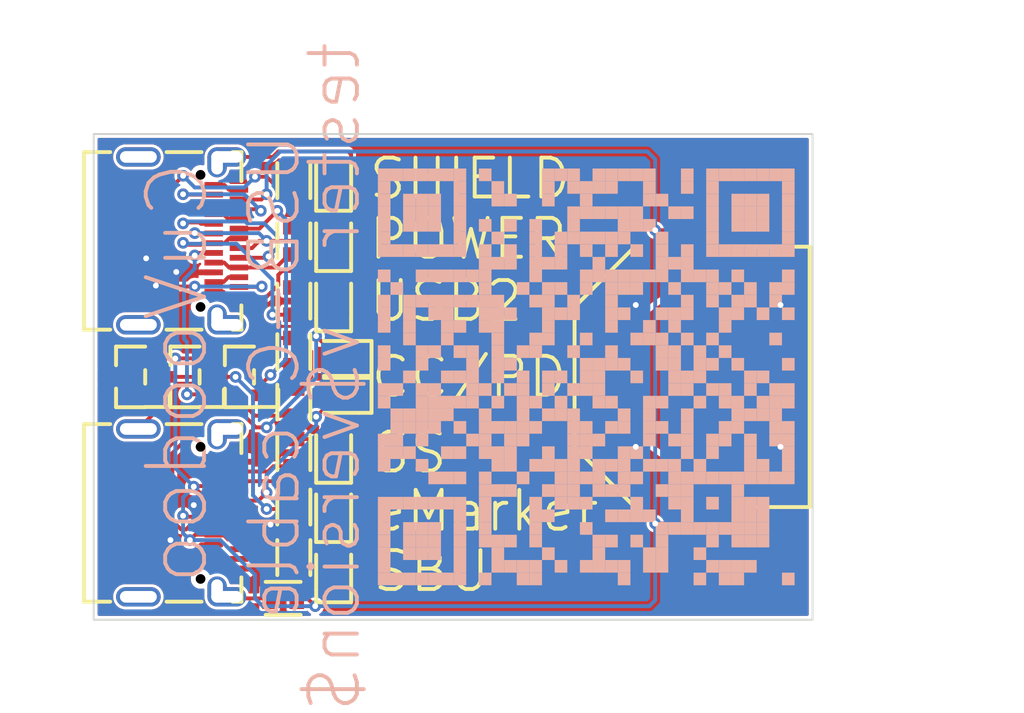
<source format=kicad_pcb>
(kicad_pcb (version 20211014) (generator pcbnew)

  (general
    (thickness 1.09)
  )

  (paper "A4")
  (title_block
    (title "USB-C cable tester")
    (date "$date$")
    (rev "$version$.$revision$")
    (company "CuVoodoo")
    (comment 1 "King Kévin")
    (comment 2 "CERN-OHL-S")
  )

  (layers
    (0 "F.Cu" signal)
    (31 "B.Cu" signal)
    (34 "B.Paste" user)
    (35 "F.Paste" user)
    (36 "B.SilkS" user "B.Silkscreen")
    (37 "F.SilkS" user "F.Silkscreen")
    (38 "B.Mask" user)
    (39 "F.Mask" user)
    (40 "Dwgs.User" user "User.Drawings")
    (41 "Cmts.User" user "User.Comments")
    (44 "Edge.Cuts" user)
    (45 "Margin" user)
    (46 "B.CrtYd" user "B.Courtyard")
    (47 "F.CrtYd" user "F.Courtyard")
    (48 "B.Fab" user)
    (49 "F.Fab" user)
  )

  (setup
    (stackup
      (layer "F.SilkS" (type "Top Silk Screen"))
      (layer "F.Paste" (type "Top Solder Paste"))
      (layer "F.Mask" (type "Top Solder Mask") (thickness 0.01))
      (layer "F.Cu" (type "copper") (thickness 0.035))
      (layer "dielectric 1" (type "core") (thickness 1) (material "FR4") (epsilon_r 4.5) (loss_tangent 0.02))
      (layer "B.Cu" (type "copper") (thickness 0.035))
      (layer "B.Mask" (type "Bottom Solder Mask") (thickness 0.01))
      (layer "B.Paste" (type "Bottom Solder Paste"))
      (layer "B.SilkS" (type "Bottom Silk Screen"))
      (copper_finish "HAL lead-free")
      (dielectric_constraints no)
    )
    (pad_to_mask_clearance 0)
    (aux_axis_origin 66.6 121.6)
    (grid_origin 70.4 141.1)
    (pcbplotparams
      (layerselection 0x00010fc_ffffffff)
      (disableapertmacros false)
      (usegerberextensions false)
      (usegerberattributes true)
      (usegerberadvancedattributes true)
      (creategerberjobfile true)
      (svguseinch false)
      (svgprecision 6)
      (excludeedgelayer true)
      (plotframeref false)
      (viasonmask false)
      (mode 1)
      (useauxorigin false)
      (hpglpennumber 1)
      (hpglpenspeed 20)
      (hpglpendiameter 15.000000)
      (dxfpolygonmode true)
      (dxfimperialunits true)
      (dxfusepcbnewfont true)
      (psnegative false)
      (psa4output false)
      (plotreference true)
      (plotvalue true)
      (plotinvisibletext false)
      (sketchpadsonfab false)
      (subtractmaskfromsilk false)
      (outputformat 1)
      (mirror false)
      (drillshape 0)
      (scaleselection 1)
      (outputdirectory "fabrication/")
    )
  )

  (net 0 "")
  (net 1 "VCC")
  (net 2 "GND")
  (net 3 "/Dn")
  (net 4 "Net-(D4-Pad2)")
  (net 5 "Net-(D5-Pad1)")
  (net 6 "Net-(D6-Pad2)")
  (net 7 "Net-(D7-Pad2)")
  (net 8 "Net-(J1-PadA1)")
  (net 9 "/SS1")
  (net 10 "Net-(J1-PadA4)")
  (net 11 "/CC1")
  (net 12 "/Dp")
  (net 13 "/SBU")
  (net 14 "/VBUS")
  (net 15 "/SS2")
  (net 16 "/SS1-2")
  (net 17 "/CC2")
  (net 18 "unconnected-(J1-PadS2)")
  (net 19 "unconnected-(J1-PadS3)")
  (net 20 "unconnected-(J1-PadS4)")
  (net 21 "Net-(J2-PadA10)")
  (net 22 "Net-(J2-PadB2)")
  (net 23 "Net-(J2-PadB10)")
  (net 24 "/eMark")
  (net 25 "Net-(D1-Pad1)")
  (net 26 "Net-(D1-Pad2)")
  (net 27 "Net-(D3-Pad2)")
  (net 28 "Net-(D5-Pad2)")
  (net 29 "Net-(D8-Pad2)")
  (net 30 "/SH1")
  (net 31 "Net-(J2-PadA2)")
  (net 32 "Net-(J2-PadA8)")
  (net 33 "/SH2")
  (net 34 "unconnected-(J2-PadS4)")
  (net 35 "Net-(D2-Pad2)")
  (net 36 "unconnected-(J2-PadS1)")
  (net 37 "Net-(J2-PadS2)")
  (net 38 "Net-(Q3-Pad3)")

  (footprint "mylib:UC1608X55N" (layer "F.Cu") (at 76.9 127.1))

  (footprint "qeda:LEDC1608X90N" (layer "F.Cu") (at 79.35 133.15 -90))

  (footprint "qeda:LEDC1608X90N" (layer "F.Cu") (at 79.35 135.05 -90))

  (footprint "mylib:SOT95P237X112-3N" (layer "F.Cu") (at 74.1 134.1 180))

  (footprint "kikit:Tab" (layer "F.Cu") (at 103.95 134.1 180))

  (footprint "mylib:CONNECTOR_XKB_U262-24XN-4BV64" (layer "F.Cu") (at 70.15 141.1 -90))

  (footprint "qeda:LEDC1608X90N" (layer "F.Cu") (at 78.95 127.1 180))

  (footprint "qeda:LEDC1608X90N" (layer "F.Cu") (at 78.95 130.2 180))

  (footprint "kikit:Tab" (layer "F.Cu") (at 66.25 127.1))

  (footprint "qeda:LEDC1608X90N" (layer "F.Cu") (at 78.95 144.15 180))

  (footprint "mylib:CONNECTOR_MY-1220-03" (layer "F.Cu") (at 97.35 134.1 -90))

  (footprint "mylib:UC1608X55N" (layer "F.Cu") (at 76.9 130.2 180))

  (footprint "mylib:UC1608X55N" (layer "F.Cu") (at 76.9 140.8))

  (footprint "mylib:UC1608X55N" (layer "F.Cu") (at 76.9 124 180))

  (footprint "mylib:SOT95P237X112-3N" (layer "F.Cu") (at 71.3 134.1 180))

  (footprint "mylib:UC1608X55N" (layer "F.Cu") (at 76.9 132.8))

  (footprint "qeda:LEDC1608X90N" (layer "F.Cu") (at 78.95 124 180))

  (footprint "mylib:UC1608X55N" (layer "F.Cu") (at 76.35 145.5 90))

  (footprint "qeda:LEDC1608X90N" (layer "F.Cu") (at 78.95 141.05 180))

  (footprint "mylib:UC1608X55N" (layer "F.Cu") (at 76.9 138))

  (footprint "kikit:Tab" (layer "F.Cu") (at 66.25 141.1))

  (footprint "mylib:SOT95P237X112-3N" (layer "F.Cu") (at 68.5 134.1 180))

  (footprint "mylib:CONNECTOR_XKB_U262-24XN-4BV64" (layer "F.Cu") (at 70.15 127.1 -90))

  (footprint "mylib:UC1608X55N" (layer "F.Cu") (at 76.9 143.4 180))

  (footprint "qeda:LEDC1608X90N" (layer "F.Cu") (at 78.95 138 180))

  (footprint "mylib:UC1608X55N" (layer "F.Cu") (at 76.9 135.4 180))

  (footprint "mylib:qr" (layer "B.Cu") (at 91.95 134.1 -90))

  (gr_rect (start 66.6 121.6) (end 103.6 146.6) (layer "Edge.Cuts") (width 0.1) (fill none) (tstamp d49bc88e-ee09-43df-b23b-d7aad3f6b773))
  (gr_text "CuVoodoo" (at 70.9 133.9 90) (layer "B.SilkS") (tstamp 5c94dfd4-1fb7-49f5-98ea-4f333790c493)
    (effects (font (size 3 3) (thickness 0.2)) (justify mirror))
  )
  (gr_text "USB-C cable" (at 75.9 134.1 90) (layer "B.SilkS") (tstamp a5d6f3fb-d8a8-475a-b284-836a2dfee2b2)
    (effects (font (size 2.5 2.5) (thickness 0.2)) (justify mirror))
  )
  (gr_text "tester  v$version$" (at 79 134.1 90) (layer "B.SilkS") (tstamp ed18d69f-b1e8-4d59-8aec-ac19ba2cfb94)
    (effects (font (size 2.5 2.5) (thickness 0.2)) (justify mirror))
  )
  (gr_text "SS" (at 80.85 138) (layer "F.SilkS") (tstamp 1d7590b6-b88a-4708-9c4f-13917a84c9b2)
    (effects (font (size 2 2) (thickness 0.2)) (justify left))
  )
  (gr_text "SBU" (at 80.85 144.1) (layer "F.SilkS") (tstamp 217c58e4-17e5-40f4-bfed-92b5d3ed7c6a)
    (effects (font (size 2 2) (thickness 0.2)) (justify left))
  )
  (gr_text "CC/PD" (at 80.75 134.1) (layer "F.SilkS") (tstamp 6aef261e-271e-4833-b863-20c8784f5a4a)
    (effects (font (size 2 2) (thickness 0.2)) (justify left))
  )
  (gr_text "eMarker" (at 80.85 141) (layer "F.SilkS") (tstamp 9d443c4a-8a02-4ae1-809a-5f12b4afa778)
    (effects (font (size 2 2) (thickness 0.2)) (justify left))
  )
  (gr_text "POWER" (at 80.65 127) (layer "F.SilkS") (tstamp c2f1674d-db01-4489-bbca-537cc8f4d463)
    (effects (font (size 2 2) (thickness 0.2)) (justify left))
  )
  (gr_text "SHIELD" (at 80.65 123.9) (layer "F.SilkS") (tstamp cf4356eb-763e-4364-a9dd-d93c80530f21)
    (effects (font (size 2 2) (thickness 0.2)) (justify left))
  )
  (gr_text "USB2" (at 80.65 130.2) (layer "F.SilkS") (tstamp ffaf3c4f-331d-4d0c-b6ef-93c07678f04f)
    (effects (font (size 2 2) (thickness 0.2)) (justify left))
  )
  (dimension (type aligned) (layer "Dwgs.User") (tstamp 0b3bb7d1-4d0c-4010-bbbf-9f6c2466a418)
    (pts (xy 66.6 121.6) (xy 103.6 121.6))
    (height -4.9)
    (gr_text "37.0000 mm" (at 85.1 115.55) (layer "Dwgs.User") (tstamp 0b3bb7d1-4d0c-4010-bbbf-9f6c2466a418)
      (effects (font (size 1 1) (thickness 0.15)))
    )
    (format (units 3) (units_format 1) (precision 4))
    (style (thickness 0.15) (arrow_length 1.27) (text_position_mode 0) (extension_height 0.58642) (extension_offset 0.5) keep_text_aligned)
  )
  (dimension (type aligned) (layer "Dwgs.User") (tstamp 49c12510-8982-45af-b78f-89a78fbdbfd8)
    (pts (xy 103.6 121.6) (xy 103.6 146.6))
    (height -7.1)
    (gr_text "25.0000 mm" (at 109.55 134.1 90) (layer "Dwgs.User") (tstamp 49c12510-8982-45af-b78f-89a78fbdbfd8)
      (effects (font (size 1 1) (thickness 0.15)))
    )
    (format (units 3) (units_format 1) (precision 4))
    (style (thickness 0.1) (arrow_length 1.27) (text_position_mode 0) (extension_height 0.58642) (extension_offset 0.5) keep_text_aligned)
  )

  (segment (start 73.33 140.22) (end 72.775 140.22) (width 0.2) (layer "F.Cu") (net 1) (tstamp 004c085f-a15c-4d92-8971-e842048995fb))
  (segment (start 75.7 132.1) (end 75.25 132.55) (width 0.2) (layer "F.Cu") (net 1) (tstamp 06e8f57d-9036-499c-84b2-829b78e0b641))
  (segment (start 72.45 133.15) (end 75.25 133.15) (width 0.2) (layer "F.Cu") (net 1) (tstamp 0c96d55e-8b08-4e29-8833-211e6368731b))
  (segment (start 72.775 140.22) (end 72.22 140.22) (width 0.2) (layer "F.Cu") (net 1) (tstamp 104fdd1d-ef72-4efb-810d-ccf9fd1a9ab5))
  (segment (start 73.53 140.97) (end 73.28 141.22) (width 0.2) (layer "F.Cu") (net 1) (tstamp 185d1155-2993-474d-931d-0b4cdaead05d))
  (segment (start 76.9 134.7) (end 77.2 134.7) (width 0.2) (layer "F.Cu") (net 1) (tstamp 1c9f6195-8e5f-4a91-99b1-e801c57a88aa))
  (segment (start 73.27 142.22) (end 72.775 142.22) (width 0.2) (layer "F.Cu") (net 1) (tstamp 2ecacca6-5783-4f30-95dc-5099164725a1))
  (segment (start 95.5 141.65) (end 98.25 141.65) (width 0.2) (layer "F.Cu") (net 1) (tstamp 37de7cab-a7a2-4b76-a127-8fe081901326))
  (segment (start 95.5 126.55) (end 98.25 126.55) (width 0.2) (layer "F.Cu") (net 1) (tstamp 481d3bf7-30b2-4e66-bc84-165feeed1ecc))
  (segment (start 72.03 141.22) (end 71.95 141.3) (width 0.2) (layer "F.Cu") (net 1) (tstamp 4de7433c-7a67-4f40-aeee-603725a2edf0))
  (segment (start 78 145.9) (end 77.6 145.5) (width 0.2) (layer "F.Cu") (net 1) (tstamp 594493a6-6110-46b7-84af-7bcfb1e0121b))
  (segment (start 74.075 139.97) (end 73.58 139.97) (width 0.2) (layer "F.Cu") (net 1) (tstamp 5c77833b-ab5d-49f7-a6fd-84e8c4d9866a))
  (segment (start 72.775 142.22) (end 71.83 142.22) (width 0.2) (layer "F.Cu") (net 1) (tstamp 62d1ffdf-9bfa-4f6d-91be-6592de30c860))
  (segment (start 76.9 132.1) (end 75.7 132.1) (width 0.2) (layer "F.Cu") (net 1) (tstamp 6bcb58b2-7289-43a6-90fb-821fb9c04611))
  (segment (start 71.78 139.72) (end 71.75 139.75) (width 0.2) (layer "F.Cu") (net 1) (tstamp 6c066038-60bd-4ad0-800a-7ca346617321))
  (segment (start 69.65 133.15) (end 70.8 133.15) (width 0.2) (layer "F.Cu") (net 1) (tstamp 703cc6ce-fe0a-441f-a1cc-c7a0da0cb336))
  (segment (start 72.775 139.72) (end 71.78 139.72) (width 0.2) (layer
... [208049 chars truncated]
</source>
